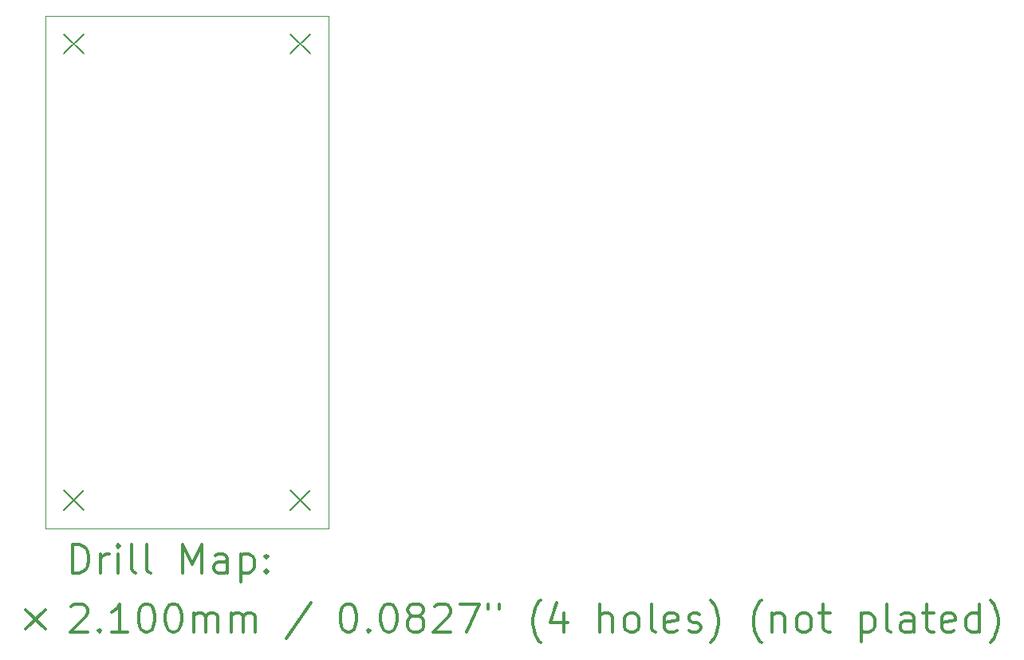
<source format=gbr>
%FSLAX45Y45*%
G04 Gerber Fmt 4.5, Leading zero omitted, Abs format (unit mm)*
G04 Created by KiCad (PCBNEW (5.1.12)-1) date 2021-12-20 11:44:47*
%MOMM*%
%LPD*%
G01*
G04 APERTURE LIST*
%TA.AperFunction,Profile*%
%ADD10C,0.050000*%
%TD*%
%ADD11C,0.200000*%
%ADD12C,0.300000*%
G04 APERTURE END LIST*
D10*
X11450000Y-4150000D02*
X11600000Y-4150000D01*
X11450000Y-9600000D02*
X11450000Y-4150000D01*
X11600000Y-9600000D02*
X11450000Y-9600000D01*
X11750000Y-4150000D02*
X11600000Y-4150000D01*
X11750000Y-9600000D02*
X11600000Y-9600000D01*
X14250000Y-4150000D02*
X14450000Y-4150000D01*
X14450000Y-9600000D02*
X14450000Y-4150000D01*
X14250000Y-9600000D02*
X14450000Y-9600000D01*
X11750000Y-4150000D02*
X14250000Y-4150000D01*
X11750000Y-9600000D02*
X14250000Y-9600000D01*
D11*
X11645000Y-4345000D02*
X11855000Y-4555000D01*
X11855000Y-4345000D02*
X11645000Y-4555000D01*
X11645000Y-9195000D02*
X11855000Y-9405000D01*
X11855000Y-9195000D02*
X11645000Y-9405000D01*
X14045000Y-4345000D02*
X14255000Y-4555000D01*
X14255000Y-4345000D02*
X14045000Y-4555000D01*
X14045000Y-9195000D02*
X14255000Y-9405000D01*
X14255000Y-9195000D02*
X14045000Y-9405000D01*
D12*
X11733928Y-10068214D02*
X11733928Y-9768214D01*
X11805357Y-9768214D01*
X11848214Y-9782500D01*
X11876786Y-9811072D01*
X11891071Y-9839643D01*
X11905357Y-9896786D01*
X11905357Y-9939643D01*
X11891071Y-9996786D01*
X11876786Y-10025357D01*
X11848214Y-10053929D01*
X11805357Y-10068214D01*
X11733928Y-10068214D01*
X12033928Y-10068214D02*
X12033928Y-9868214D01*
X12033928Y-9925357D02*
X12048214Y-9896786D01*
X12062500Y-9882500D01*
X12091071Y-9868214D01*
X12119643Y-9868214D01*
X12219643Y-10068214D02*
X12219643Y-9868214D01*
X12219643Y-9768214D02*
X12205357Y-9782500D01*
X12219643Y-9796786D01*
X12233928Y-9782500D01*
X12219643Y-9768214D01*
X12219643Y-9796786D01*
X12405357Y-10068214D02*
X12376786Y-10053929D01*
X12362500Y-10025357D01*
X12362500Y-9768214D01*
X12562500Y-10068214D02*
X12533928Y-10053929D01*
X12519643Y-10025357D01*
X12519643Y-9768214D01*
X12905357Y-10068214D02*
X12905357Y-9768214D01*
X13005357Y-9982500D01*
X13105357Y-9768214D01*
X13105357Y-10068214D01*
X13376786Y-10068214D02*
X13376786Y-9911072D01*
X13362500Y-9882500D01*
X13333928Y-9868214D01*
X13276786Y-9868214D01*
X13248214Y-9882500D01*
X13376786Y-10053929D02*
X13348214Y-10068214D01*
X13276786Y-10068214D01*
X13248214Y-10053929D01*
X13233928Y-10025357D01*
X13233928Y-9996786D01*
X13248214Y-9968214D01*
X13276786Y-9953929D01*
X13348214Y-9953929D01*
X13376786Y-9939643D01*
X13519643Y-9868214D02*
X13519643Y-10168214D01*
X13519643Y-9882500D02*
X13548214Y-9868214D01*
X13605357Y-9868214D01*
X13633928Y-9882500D01*
X13648214Y-9896786D01*
X13662500Y-9925357D01*
X13662500Y-10011072D01*
X13648214Y-10039643D01*
X13633928Y-10053929D01*
X13605357Y-10068214D01*
X13548214Y-10068214D01*
X13519643Y-10053929D01*
X13791071Y-10039643D02*
X13805357Y-10053929D01*
X13791071Y-10068214D01*
X13776786Y-10053929D01*
X13791071Y-10039643D01*
X13791071Y-10068214D01*
X13791071Y-9882500D02*
X13805357Y-9896786D01*
X13791071Y-9911072D01*
X13776786Y-9896786D01*
X13791071Y-9882500D01*
X13791071Y-9911072D01*
X11237500Y-10457500D02*
X11447500Y-10667500D01*
X11447500Y-10457500D02*
X11237500Y-10667500D01*
X11719643Y-10426786D02*
X11733928Y-10412500D01*
X11762500Y-10398214D01*
X11833928Y-10398214D01*
X11862500Y-10412500D01*
X11876786Y-10426786D01*
X11891071Y-10455357D01*
X11891071Y-10483929D01*
X11876786Y-10526786D01*
X11705357Y-10698214D01*
X11891071Y-10698214D01*
X12019643Y-10669643D02*
X12033928Y-10683929D01*
X12019643Y-10698214D01*
X12005357Y-10683929D01*
X12019643Y-10669643D01*
X12019643Y-10698214D01*
X12319643Y-10698214D02*
X12148214Y-10698214D01*
X12233928Y-10698214D02*
X12233928Y-10398214D01*
X12205357Y-10441072D01*
X12176786Y-10469643D01*
X12148214Y-10483929D01*
X12505357Y-10398214D02*
X12533928Y-10398214D01*
X12562500Y-10412500D01*
X12576786Y-10426786D01*
X12591071Y-10455357D01*
X12605357Y-10512500D01*
X12605357Y-10583929D01*
X12591071Y-10641072D01*
X12576786Y-10669643D01*
X12562500Y-10683929D01*
X12533928Y-10698214D01*
X12505357Y-10698214D01*
X12476786Y-10683929D01*
X12462500Y-10669643D01*
X12448214Y-10641072D01*
X12433928Y-10583929D01*
X12433928Y-10512500D01*
X12448214Y-10455357D01*
X12462500Y-10426786D01*
X12476786Y-10412500D01*
X12505357Y-10398214D01*
X12791071Y-10398214D02*
X12819643Y-10398214D01*
X12848214Y-10412500D01*
X12862500Y-10426786D01*
X12876786Y-10455357D01*
X12891071Y-10512500D01*
X12891071Y-10583929D01*
X12876786Y-10641072D01*
X12862500Y-10669643D01*
X12848214Y-10683929D01*
X12819643Y-10698214D01*
X12791071Y-10698214D01*
X12762500Y-10683929D01*
X12748214Y-10669643D01*
X12733928Y-10641072D01*
X12719643Y-10583929D01*
X12719643Y-10512500D01*
X12733928Y-10455357D01*
X12748214Y-10426786D01*
X12762500Y-10412500D01*
X12791071Y-10398214D01*
X13019643Y-10698214D02*
X13019643Y-10498214D01*
X13019643Y-10526786D02*
X13033928Y-10512500D01*
X13062500Y-10498214D01*
X13105357Y-10498214D01*
X13133928Y-10512500D01*
X13148214Y-10541072D01*
X13148214Y-10698214D01*
X13148214Y-10541072D02*
X13162500Y-10512500D01*
X13191071Y-10498214D01*
X13233928Y-10498214D01*
X13262500Y-10512500D01*
X13276786Y-10541072D01*
X13276786Y-10698214D01*
X13419643Y-10698214D02*
X13419643Y-10498214D01*
X13419643Y-10526786D02*
X13433928Y-10512500D01*
X13462500Y-10498214D01*
X13505357Y-10498214D01*
X13533928Y-10512500D01*
X13548214Y-10541072D01*
X13548214Y-10698214D01*
X13548214Y-10541072D02*
X13562500Y-10512500D01*
X13591071Y-10498214D01*
X13633928Y-10498214D01*
X13662500Y-10512500D01*
X13676786Y-10541072D01*
X13676786Y-10698214D01*
X14262500Y-10383929D02*
X14005357Y-10769643D01*
X14648214Y-10398214D02*
X14676786Y-10398214D01*
X14705357Y-10412500D01*
X14719643Y-10426786D01*
X14733928Y-10455357D01*
X14748214Y-10512500D01*
X14748214Y-10583929D01*
X14733928Y-10641072D01*
X14719643Y-10669643D01*
X14705357Y-10683929D01*
X14676786Y-10698214D01*
X14648214Y-10698214D01*
X14619643Y-10683929D01*
X14605357Y-10669643D01*
X14591071Y-10641072D01*
X14576786Y-10583929D01*
X14576786Y-10512500D01*
X14591071Y-10455357D01*
X14605357Y-10426786D01*
X14619643Y-10412500D01*
X14648214Y-10398214D01*
X14876786Y-10669643D02*
X14891071Y-10683929D01*
X14876786Y-10698214D01*
X14862500Y-10683929D01*
X14876786Y-10669643D01*
X14876786Y-10698214D01*
X15076786Y-10398214D02*
X15105357Y-10398214D01*
X15133928Y-10412500D01*
X15148214Y-10426786D01*
X15162500Y-10455357D01*
X15176786Y-10512500D01*
X15176786Y-10583929D01*
X15162500Y-10641072D01*
X15148214Y-10669643D01*
X15133928Y-10683929D01*
X15105357Y-10698214D01*
X15076786Y-10698214D01*
X15048214Y-10683929D01*
X15033928Y-10669643D01*
X15019643Y-10641072D01*
X15005357Y-10583929D01*
X15005357Y-10512500D01*
X15019643Y-10455357D01*
X15033928Y-10426786D01*
X15048214Y-10412500D01*
X15076786Y-10398214D01*
X15348214Y-10526786D02*
X15319643Y-10512500D01*
X15305357Y-10498214D01*
X15291071Y-10469643D01*
X15291071Y-10455357D01*
X15305357Y-10426786D01*
X15319643Y-10412500D01*
X15348214Y-10398214D01*
X15405357Y-10398214D01*
X15433928Y-10412500D01*
X15448214Y-10426786D01*
X15462500Y-10455357D01*
X15462500Y-10469643D01*
X15448214Y-10498214D01*
X15433928Y-10512500D01*
X15405357Y-10526786D01*
X15348214Y-10526786D01*
X15319643Y-10541072D01*
X15305357Y-10555357D01*
X15291071Y-10583929D01*
X15291071Y-10641072D01*
X15305357Y-10669643D01*
X15319643Y-10683929D01*
X15348214Y-10698214D01*
X15405357Y-10698214D01*
X15433928Y-10683929D01*
X15448214Y-10669643D01*
X15462500Y-10641072D01*
X15462500Y-10583929D01*
X15448214Y-10555357D01*
X15433928Y-10541072D01*
X15405357Y-10526786D01*
X15576786Y-10426786D02*
X15591071Y-10412500D01*
X15619643Y-10398214D01*
X15691071Y-10398214D01*
X15719643Y-10412500D01*
X15733928Y-10426786D01*
X15748214Y-10455357D01*
X15748214Y-10483929D01*
X15733928Y-10526786D01*
X15562500Y-10698214D01*
X15748214Y-10698214D01*
X15848214Y-10398214D02*
X16048214Y-10398214D01*
X15919643Y-10698214D01*
X16148214Y-10398214D02*
X16148214Y-10455357D01*
X16262500Y-10398214D02*
X16262500Y-10455357D01*
X16705357Y-10812500D02*
X16691071Y-10798214D01*
X16662500Y-10755357D01*
X16648214Y-10726786D01*
X16633928Y-10683929D01*
X16619643Y-10612500D01*
X16619643Y-10555357D01*
X16633928Y-10483929D01*
X16648214Y-10441072D01*
X16662500Y-10412500D01*
X16691071Y-10369643D01*
X16705357Y-10355357D01*
X16948214Y-10498214D02*
X16948214Y-10698214D01*
X16876786Y-10383929D02*
X16805357Y-10598214D01*
X16991071Y-10598214D01*
X17333928Y-10698214D02*
X17333928Y-10398214D01*
X17462500Y-10698214D02*
X17462500Y-10541072D01*
X17448214Y-10512500D01*
X17419643Y-10498214D01*
X17376786Y-10498214D01*
X17348214Y-10512500D01*
X17333928Y-10526786D01*
X17648214Y-10698214D02*
X17619643Y-10683929D01*
X17605357Y-10669643D01*
X17591071Y-10641072D01*
X17591071Y-10555357D01*
X17605357Y-10526786D01*
X17619643Y-10512500D01*
X17648214Y-10498214D01*
X17691071Y-10498214D01*
X17719643Y-10512500D01*
X17733928Y-10526786D01*
X17748214Y-10555357D01*
X17748214Y-10641072D01*
X17733928Y-10669643D01*
X17719643Y-10683929D01*
X17691071Y-10698214D01*
X17648214Y-10698214D01*
X17919643Y-10698214D02*
X17891071Y-10683929D01*
X17876786Y-10655357D01*
X17876786Y-10398214D01*
X18148214Y-10683929D02*
X18119643Y-10698214D01*
X18062500Y-10698214D01*
X18033928Y-10683929D01*
X18019643Y-10655357D01*
X18019643Y-10541072D01*
X18033928Y-10512500D01*
X18062500Y-10498214D01*
X18119643Y-10498214D01*
X18148214Y-10512500D01*
X18162500Y-10541072D01*
X18162500Y-10569643D01*
X18019643Y-10598214D01*
X18276786Y-10683929D02*
X18305357Y-10698214D01*
X18362500Y-10698214D01*
X18391071Y-10683929D01*
X18405357Y-10655357D01*
X18405357Y-10641072D01*
X18391071Y-10612500D01*
X18362500Y-10598214D01*
X18319643Y-10598214D01*
X18291071Y-10583929D01*
X18276786Y-10555357D01*
X18276786Y-10541072D01*
X18291071Y-10512500D01*
X18319643Y-10498214D01*
X18362500Y-10498214D01*
X18391071Y-10512500D01*
X18505357Y-10812500D02*
X18519643Y-10798214D01*
X18548214Y-10755357D01*
X18562500Y-10726786D01*
X18576786Y-10683929D01*
X18591071Y-10612500D01*
X18591071Y-10555357D01*
X18576786Y-10483929D01*
X18562500Y-10441072D01*
X18548214Y-10412500D01*
X18519643Y-10369643D01*
X18505357Y-10355357D01*
X19048214Y-10812500D02*
X19033928Y-10798214D01*
X19005357Y-10755357D01*
X18991071Y-10726786D01*
X18976786Y-10683929D01*
X18962500Y-10612500D01*
X18962500Y-10555357D01*
X18976786Y-10483929D01*
X18991071Y-10441072D01*
X19005357Y-10412500D01*
X19033928Y-10369643D01*
X19048214Y-10355357D01*
X19162500Y-10498214D02*
X19162500Y-10698214D01*
X19162500Y-10526786D02*
X19176786Y-10512500D01*
X19205357Y-10498214D01*
X19248214Y-10498214D01*
X19276786Y-10512500D01*
X19291071Y-10541072D01*
X19291071Y-10698214D01*
X19476786Y-10698214D02*
X19448214Y-10683929D01*
X19433928Y-10669643D01*
X19419643Y-10641072D01*
X19419643Y-10555357D01*
X19433928Y-10526786D01*
X19448214Y-10512500D01*
X19476786Y-10498214D01*
X19519643Y-10498214D01*
X19548214Y-10512500D01*
X19562500Y-10526786D01*
X19576786Y-10555357D01*
X19576786Y-10641072D01*
X19562500Y-10669643D01*
X19548214Y-10683929D01*
X19519643Y-10698214D01*
X19476786Y-10698214D01*
X19662500Y-10498214D02*
X19776786Y-10498214D01*
X19705357Y-10398214D02*
X19705357Y-10655357D01*
X19719643Y-10683929D01*
X19748214Y-10698214D01*
X19776786Y-10698214D01*
X20105357Y-10498214D02*
X20105357Y-10798214D01*
X20105357Y-10512500D02*
X20133928Y-10498214D01*
X20191071Y-10498214D01*
X20219643Y-10512500D01*
X20233928Y-10526786D01*
X20248214Y-10555357D01*
X20248214Y-10641072D01*
X20233928Y-10669643D01*
X20219643Y-10683929D01*
X20191071Y-10698214D01*
X20133928Y-10698214D01*
X20105357Y-10683929D01*
X20419643Y-10698214D02*
X20391071Y-10683929D01*
X20376786Y-10655357D01*
X20376786Y-10398214D01*
X20662500Y-10698214D02*
X20662500Y-10541072D01*
X20648214Y-10512500D01*
X20619643Y-10498214D01*
X20562500Y-10498214D01*
X20533928Y-10512500D01*
X20662500Y-10683929D02*
X20633928Y-10698214D01*
X20562500Y-10698214D01*
X20533928Y-10683929D01*
X20519643Y-10655357D01*
X20519643Y-10626786D01*
X20533928Y-10598214D01*
X20562500Y-10583929D01*
X20633928Y-10583929D01*
X20662500Y-10569643D01*
X20762500Y-10498214D02*
X20876786Y-10498214D01*
X20805357Y-10398214D02*
X20805357Y-10655357D01*
X20819643Y-10683929D01*
X20848214Y-10698214D01*
X20876786Y-10698214D01*
X21091071Y-10683929D02*
X21062500Y-10698214D01*
X21005357Y-10698214D01*
X20976786Y-10683929D01*
X20962500Y-10655357D01*
X20962500Y-10541072D01*
X20976786Y-10512500D01*
X21005357Y-10498214D01*
X21062500Y-10498214D01*
X21091071Y-10512500D01*
X21105357Y-10541072D01*
X21105357Y-10569643D01*
X20962500Y-10598214D01*
X21362500Y-10698214D02*
X21362500Y-10398214D01*
X21362500Y-10683929D02*
X21333928Y-10698214D01*
X21276786Y-10698214D01*
X21248214Y-10683929D01*
X21233928Y-10669643D01*
X21219643Y-10641072D01*
X21219643Y-10555357D01*
X21233928Y-10526786D01*
X21248214Y-10512500D01*
X21276786Y-10498214D01*
X21333928Y-10498214D01*
X21362500Y-10512500D01*
X21476786Y-10812500D02*
X21491071Y-10798214D01*
X21519643Y-10755357D01*
X21533928Y-10726786D01*
X21548214Y-10683929D01*
X21562500Y-10612500D01*
X21562500Y-10555357D01*
X21548214Y-10483929D01*
X21533928Y-10441072D01*
X21519643Y-10412500D01*
X21491071Y-10369643D01*
X21476786Y-10355357D01*
M02*

</source>
